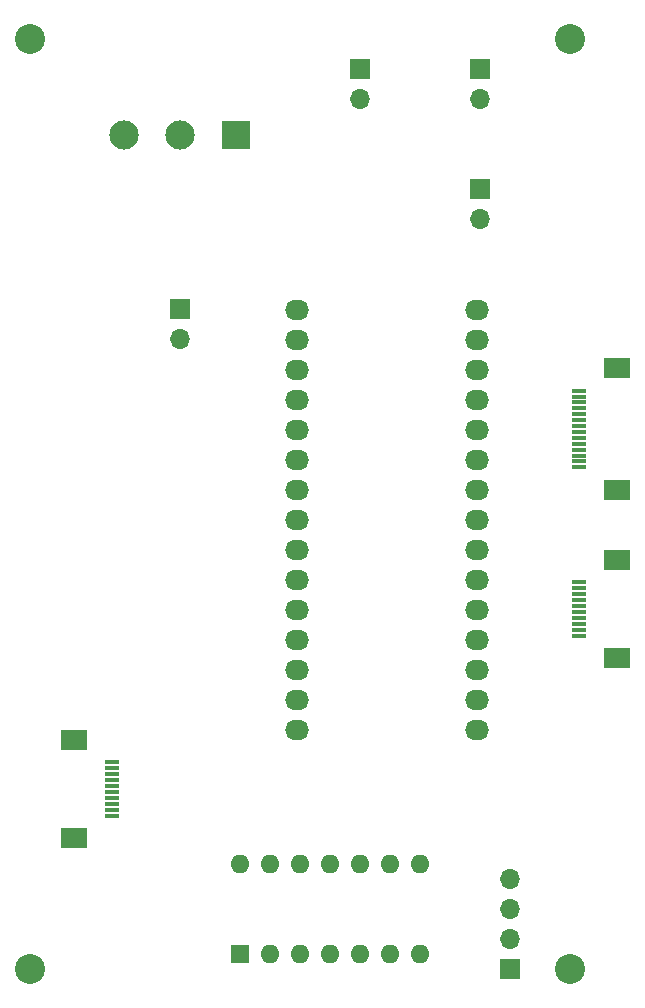
<source format=gbr>
%TF.GenerationSoftware,KiCad,Pcbnew,(6.0.1)*%
%TF.CreationDate,2022-06-06T15:56:05+01:00*%
%TF.ProjectId,psp-bluetooth,7073702d-626c-4756-9574-6f6f74682e6b,rev?*%
%TF.SameCoordinates,Original*%
%TF.FileFunction,Soldermask,Top*%
%TF.FilePolarity,Negative*%
%FSLAX46Y46*%
G04 Gerber Fmt 4.6, Leading zero omitted, Abs format (unit mm)*
G04 Created by KiCad (PCBNEW (6.0.1)) date 2022-06-06 15:56:05*
%MOMM*%
%LPD*%
G01*
G04 APERTURE LIST*
%ADD10O,2.032000X1.727200*%
%ADD11C,2.540000*%
%ADD12R,2.475000X2.475000*%
%ADD13C,2.475000*%
%ADD14R,1.600000X1.600000*%
%ADD15O,1.600000X1.600000*%
%ADD16R,1.700000X1.700000*%
%ADD17O,1.700000X1.700000*%
%ADD18R,1.300000X0.300000*%
%ADD19R,2.200000X1.800000*%
G04 APERTURE END LIST*
D10*
%TO.C,P1*%
X139446000Y-71247000D03*
X139446000Y-73787000D03*
X139446000Y-76327000D03*
X139446000Y-78867000D03*
X139446000Y-81407000D03*
X139446000Y-83947000D03*
X139446000Y-86487000D03*
X139446000Y-89027000D03*
X139446000Y-91567000D03*
X139446000Y-94107000D03*
X139446000Y-96647000D03*
X139446000Y-99187000D03*
X139446000Y-101727000D03*
X139446000Y-104267000D03*
X139446000Y-106807000D03*
%TD*%
%TO.C,P2*%
X154686000Y-71247000D03*
X154686000Y-73787000D03*
X154686000Y-76327000D03*
X154686000Y-78867000D03*
X154686000Y-81407000D03*
X154686000Y-83947000D03*
X154686000Y-86487000D03*
X154686000Y-89027000D03*
X154686000Y-91567000D03*
X154686000Y-94107000D03*
X154686000Y-96647000D03*
X154686000Y-99187000D03*
X154686000Y-101727000D03*
X154686000Y-104267000D03*
X154686000Y-106807000D03*
%TD*%
D11*
%TO.C,P3*%
X116840000Y-48260000D03*
%TD*%
%TO.C,P4*%
X116840000Y-127000000D03*
%TD*%
%TO.C,P5*%
X162560000Y-127000000D03*
%TD*%
%TO.C,P6*%
X162560000Y-48260000D03*
%TD*%
D12*
%TO.C,S1*%
X134290000Y-56402500D03*
D13*
X129540000Y-56402500D03*
X124790000Y-56402500D03*
%TD*%
D14*
%TO.C,U1*%
X134615000Y-125720000D03*
D15*
X137155000Y-125720000D03*
X139695000Y-125720000D03*
X142235000Y-125720000D03*
X144775000Y-125720000D03*
X147315000Y-125720000D03*
X149855000Y-125720000D03*
X149855000Y-118100000D03*
X147315000Y-118100000D03*
X144775000Y-118100000D03*
X142235000Y-118100000D03*
X139695000Y-118100000D03*
X137155000Y-118100000D03*
X134615000Y-118100000D03*
%TD*%
D16*
%TO.C,J7*%
X129540000Y-71120000D03*
D17*
X129540000Y-73660000D03*
%TD*%
D18*
%TO.C,J3*%
X163250000Y-84530000D03*
X163250000Y-84030000D03*
X163250000Y-83530000D03*
X163250000Y-83030000D03*
X163250000Y-82530000D03*
X163250000Y-82030000D03*
X163250000Y-81530000D03*
X163250000Y-81030000D03*
X163250000Y-80530000D03*
X163250000Y-80030000D03*
X163250000Y-79530000D03*
X163250000Y-79030000D03*
X163250000Y-78530000D03*
X163250000Y-78030000D03*
D19*
X166500000Y-86430000D03*
X166500000Y-76130000D03*
%TD*%
D16*
%TO.C,J4*%
X157480000Y-127000000D03*
D17*
X157480000Y-124460000D03*
X157480000Y-121920000D03*
X157480000Y-119380000D03*
%TD*%
D16*
%TO.C,J5*%
X154940000Y-50800000D03*
D17*
X154940000Y-53340000D03*
%TD*%
D18*
%TO.C,J1*%
X123770000Y-109510000D03*
X123770000Y-110010000D03*
X123770000Y-110510000D03*
X123770000Y-111010000D03*
X123770000Y-111510000D03*
X123770000Y-112010000D03*
X123770000Y-112510000D03*
X123770000Y-113010000D03*
X123770000Y-113510000D03*
X123770000Y-114010000D03*
D19*
X120520000Y-107610000D03*
X120520000Y-115910000D03*
%TD*%
D16*
%TO.C,J8*%
X154940000Y-60960000D03*
D17*
X154940000Y-63500000D03*
%TD*%
D16*
%TO.C,J6*%
X144780000Y-50800000D03*
D17*
X144780000Y-53340000D03*
%TD*%
D18*
%TO.C,J2*%
X163250000Y-98770000D03*
X163250000Y-98270000D03*
X163250000Y-97770000D03*
X163250000Y-97270000D03*
X163250000Y-96770000D03*
X163250000Y-96270000D03*
X163250000Y-95770000D03*
X163250000Y-95270000D03*
X163250000Y-94770000D03*
X163250000Y-94270000D03*
D19*
X166500000Y-92370000D03*
X166500000Y-100670000D03*
%TD*%
M02*

</source>
